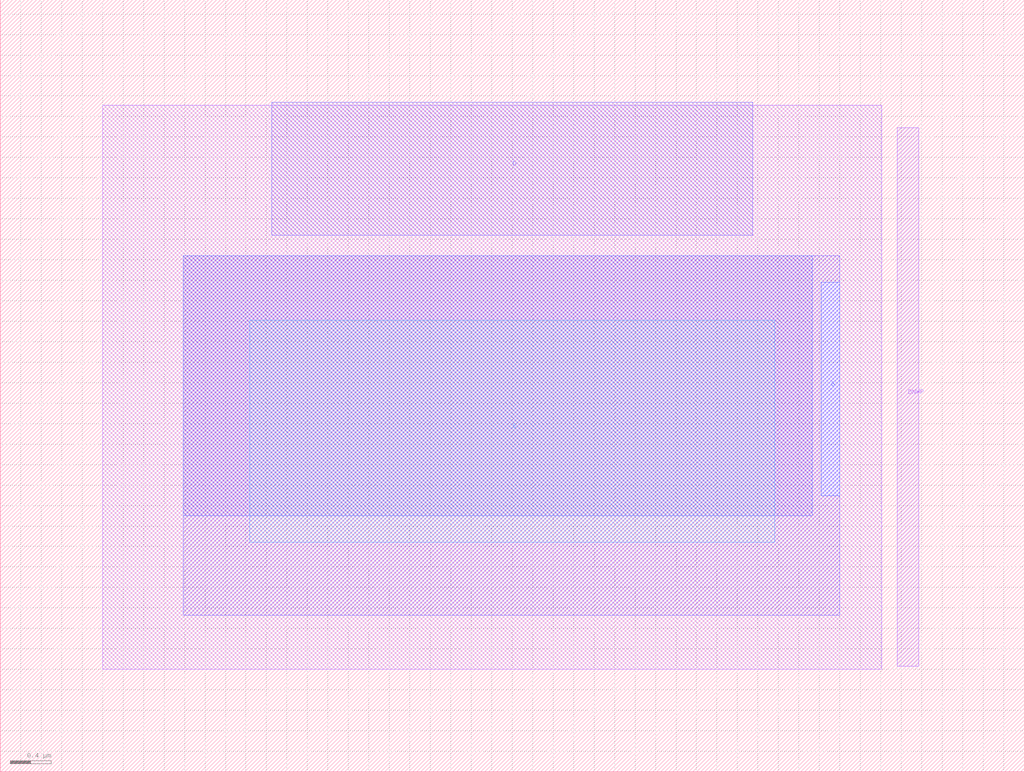
<source format=lef>
VERSION 5.7 ;
BUSBITCHARS "[]" ;
DIVIDERCHAR "/" ;

VIA M4_M3_0
  VIARULE M4_M3 ;
  CUTSIZE 0.1 0.1 ;
  LAYERS M3 VIA3 M4 ;
  CUTSPACING 0.1 0.1 ;
  ENCLOSURE 0.04 0.04 0.04 0.04 ;
  ROWCOL 1 1 ;
END M4_M3_0

VIA M4_M3_1
  VIARULE M4_M3 ;
  CUTSIZE 0.1 0.1 ;
  LAYERS M3 VIA3 M4 ;
  CUTSPACING 0.1 0.1 ;
  ENCLOSURE 0.04 0.04 0.04 0.04 ;
  ROWCOL 1 20 ;
END M4_M3_1

VIA M3_M2_2
  VIARULE M3_M2 ;
  CUTSIZE 0.1 0.1 ;
  LAYERS M2 VIA2 M3 ;
  CUTSPACING 0.1 0.1 ;
  ENCLOSURE 0.04 0.04 0.04 0.04 ;
  ROWCOL 1 1 ;
END M3_M2_2

VIA M3_M2_3
  VIARULE M3_M2 ;
  CUTSIZE 0.1 0.1 ;
  LAYERS M2 VIA2 M3 ;
  CUTSPACING 0.1 0.1 ;
  ENCLOSURE 0.04 0.04 0.04 0.04 ;
  ROWCOL 1 20 ;
END M3_M2_3

VIA M2_M1_4
  VIARULE M2_M1 ;
  CUTSIZE 0.1 0.1 ;
  LAYERS M1 VIA1 M2 ;
  CUTSPACING 0.1 0.1 ;
  ENCLOSURE 0.04 0.04 0.04 0.04 ;
  ROWCOL 1 1 ;
END M2_M1_4

VIA M2_M1_5
  VIARULE M2_M1 ;
  CUTSIZE 0.1 0.1 ;
  LAYERS M1 VIA1 M2 ;
  CUTSPACING 0.1 0.1 ;
  ENCLOSURE 0.04 0.04 0.04 0.04 ;
  ROWCOL 1 20 ;
END M2_M1_5

MACRO SW_NMOS_wr2u_lr60n_nr16
  ORIGIN 0 0 ;
  FOREIGN SW_NMOS_wr2u_lr60n_nr16 0 0 ;
  SIZE 10 BY 7.54 ;
  PIN S
    DIRECTION INOUT ;
    USE SIGNAL ;
    PORT
      LAYER M4 ;
        RECT 2.435 2.24 7.565 4.41 ;
    END
  END S
  PIN G
    DIRECTION INOUT ;
    USE SIGNAL ;
    PORT
      LAYER M3 ;
        RECT 8.02 2.695 8.2 4.78 ;
    END
  END G
  PIN D
    DIRECTION INOUT ;
    USE SIGNAL ;
    PORT
      LAYER M2 ;
        RECT 2.65 5.24 7.35 6.54 ;
    END
  END D
  PIN DNWP
    DIRECTION INOUT ;
    USE SIGNAL ;
    PORT
      LAYER M1 ;
        RECT 8.76 1.03 8.97 6.29 ;
    END
  END DNWP
  OBS
    LAYER M1 ;
      RECT 1 1 8.61 6.51 ;
    LAYER M2 ;
      RECT 1.785 1.53 8.2 5.04 ;
    LAYER M3 ;
      RECT 1.785 2.5 7.93 5.04 ;
  END
END SW_NMOS_wr2u_lr60n_nr16

END LIBRARY

</source>
